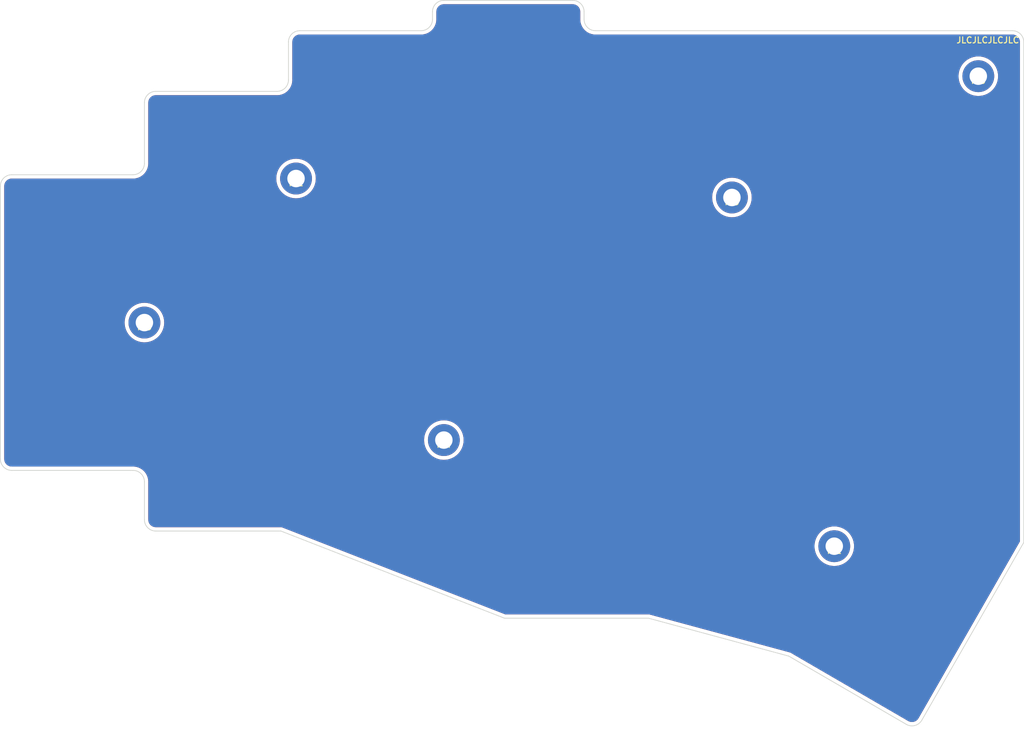
<source format=kicad_pcb>
(kicad_pcb (version 20211014) (generator pcbnew)
  (layers (0 "F.Cu" signal) (31 "B.Cu" signal) (34 "B.Paste" user) (35 "F.Paste" user) (36 "B.SilkS" user "B.Silkscreen") (37 "F.SilkS" user "F.Silkscreen") (38 "B.Mask" user) (39 "F.Mask" user) (44 "Edge.Cuts" user))
  (net 0 "")
  (footprint "kbd:M2_Hole_TH" (layer "F.Cu") (at 127.5 108)
    (fp_text reference "H4" (at 0 0.5) (layer "F.SilkS"))
    (fp_text value "MountingHole")
    (pad "" thru_hole circle locked (at 0 0) (size 4.2 4.2) (drill 2.3) (layers *.Cu *.Mask))
  )
  (footprint "kbd:M2_Hole_TH" (layer "F.Cu") (at 179 122)
    (fp_text reference "H2" (at 0 0.5) (layer "F.SilkS"))
    (fp_text value "MountingHole")
    (pad "" thru_hole circle locked (at 0 0) (size 4.2 4.2) (drill 2.3) (layers *.Cu *.Mask))
  )
  (footprint "kbd:M2_Hole_TH" (layer "F.Cu") (at 198 60)
    (fp_text reference "H5" (at 0 0.5) (layer "F.SilkS"))
    (fp_text value "MountingHole")
    (pad "" thru_hole circle locked (at 0 0) (size 4.2 4.2) (drill 2.3) (layers *.Cu *.Mask))
  )
  (footprint "kbd:M2_Hole_TH" (layer "F.Cu") (at 88 92.5)
    (fp_text reference "H3" (at 0 0.5) (layer "F.SilkS"))
    (fp_text value "MountingHole")
    (pad "" thru_hole circle locked (at 0 0) (size 4.2 4.2) (drill 2.3) (layers *.Cu *.Mask))
  )
  (footprint "kbd:M2_Hole_TH" (layer "F.Cu") (at 165.5 76)
    (fp_text reference "H5" (at 0 0.5) (layer "F.SilkS"))
    (fp_text value "MountingHole")
    (pad "" thru_hole circle locked (at 0 0) (size 4.2 4.2) (drill 2.3) (layers *.Cu *.Mask))
  )
  (footprint "kbd:M2_Hole_TH" (layer "F.Cu") (at 108 73.5)
    (fp_text reference "H1" (at 0 0.5) (layer "F.SilkS"))
    (fp_text value "MountingHole")
    (pad "" thru_hole circle locked (at 0 0) (size 4.2 4.2) (drill 2.3) (layers *.Cu *.Mask))
  )
  (gr_arc (start 147.5 54) (mid 146.43934 53.56066) (end 146 52.5) (layer "Edge.Cuts") (width 0.1))
  (gr_arc (start 107 55.5) (mid 107.43934 54.43934) (end 108.5 54) (layer "Edge.Cuts") (width 0.1))
  (gr_line (start 89.5 120) (end 106 120) (layer "Edge.Cuts") (width 0.1))
  (gr_arc (start 89.5 120) (mid 88.43934 119.56066) (end 88 118.5) (layer "Edge.Cuts") (width 0.1))
  (gr_line (start 70.5 112) (end 86.5 112) (layer "Edge.Cuts") (width 0.1))
  (gr_arc (start 126 51.5) (mid 126.43934 50.43934) (end 127.5 50) (layer "Edge.Cuts") (width 0.1))
  (gr_line (start 124.5 54) (end 108.5 54) (layer "Edge.Cuts") (width 0.1))
  (gr_arc (start 88 71.5) (mid 87.56066 72.56066) (end 86.5 73) (layer "Edge.Cuts") (width 0.1))
  (gr_line (start 106 120) (end 135.5 131.5) (layer "Edge.Cuts") (width 0.1))
  (gr_line (start 204 121.5) (end 204 55.5) (layer "Edge.Cuts") (width 0.1))
  (gr_line (start 202.5 54) (end 147.5 54) (layer "Edge.Cuts") (width 0.1))
  (gr_arc (start 144.5 50) (mid 145.56066 50.43934) (end 146 51.5) (layer "Edge.Cuts") (width 0.1))
  (gr_arc (start 202.5 54) (mid 203.56066 54.43934) (end 204 55.5) (layer "Edge.Cuts") (width 0.1))
  (gr_arc (start 69 74.5) (mid 69.43934 73.43934) (end 70.5 73) (layer "Edge.Cuts") (width 0.1))
  (gr_arc (start 107 60.5) (mid 106.56066 61.56066) (end 105.5 62) (layer "Edge.Cuts") (width 0.1))
  (gr_line (start 135.5 131.5) (end 154.5 131.5) (layer "Edge.Cuts") (width 0.1))
  (gr_line (start 146 52.5) (end 146 51.5) (layer "Edge.Cuts") (width 0.1))
  (gr_line (start 88 113.5) (end 88 118.5) (layer "Edge.Cuts") (width 0.1))
  (gr_line (start 107 55.5) (end 107 60.5) (layer "Edge.Cuts") (width 0.1))
  (gr_line (start 144.5 50) (end 127.5 50) (layer "Edge.Cuts") (width 0.1))
  (gr_line (start 190.549038 144.950962) (end 204 121.5) (layer "Edge.Cuts") (width 0.1))
  (gr_arc (start 88 63.5) (mid 88.43934 62.43934) (end 89.5 62) (layer "Edge.Cuts") (width 0.1))
  (gr_arc (start 126 52.5) (mid 125.56066 53.56066) (end 124.5 54) (layer "Edge.Cuts") (width 0.1))
  (gr_line (start 69 74.5) (end 69 110.5) (layer "Edge.Cuts") (width 0.1))
  (gr_line (start 188.5 145.5) (end 173 136.5) (layer "Edge.Cuts") (width 0.1))
  (gr_line (start 88 63.5) (end 88 71.5) (layer "Edge.Cuts") (width 0.1))
  (gr_line (start 126 51.5) (end 126 52.5) (layer "Edge.Cuts") (width 0.1))
  (gr_line (start 86.5 73) (end 70.5 73) (layer "Edge.Cuts") (width 0.1))
  (gr_line (start 154.5 131.5) (end 173 136.5) (layer "Edge.Cuts") (width 0.1))
  (gr_arc (start 190.549038 144.950962) (mid 189.63823 145.649869) (end 188.5 145.5) (layer "Edge.Cuts") (width 0.1))
  (gr_line (start 105.5 62) (end 89.5 62) (layer "Edge.Cuts") (width 0.1))
  (gr_arc (start 86.5 112) (mid 87.56066 112.43934) (end 88 113.5) (layer "Edge.Cuts") (width 0.1))
  (gr_arc (start 70.5 112) (mid 69.43934 111.56066) (end 69 110.5) (layer "Edge.Cuts") (width 0.1))
  (gr_text "JLCJLCJLCJLC" (at 199.25 55.25) (layer "F.SilkS") (effects (font (size 0.8 0.8))))
  (zone (net 0) (net_name "") (layers F&B.Cu) (connect_pads (clearance 0.508)) (min_thickness 0.254) (fill yes (thermal_gap 0.508) (thermal_bridge_width 0.508))
    (polygon (pts (xy 146 52.5) (xy 147.5 54) (xy 204 54) (xy 204 121.5) (xy 189.75 146.25) (xy 173 136.5) (xy 154.5 131.5) (xy 135.5 131.5) (xy 106 120) (xy 88 120) (xy 88 113.1) (xy 86.5 112) (xy 69 112) (xy 69 73) (xy 86 73) (xy 88 71) (xy 88 62) (xy 105.5 62) (xy 107 60.5) (xy 107 54) (xy 124.5 54) (xy 126 52.5) (xy 126 50) (xy 146 50)))
  )
)
</source>
